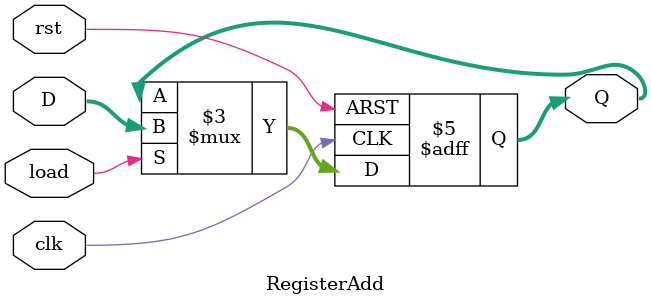
<source format=v>
`timescale 1ns / 1ps
module RegisterAdd
	# (parameter W = 32)
	(
		input wire clk, //system clock
		input wire rst, //system reset
		input wire load, //load signal
		input wire [W-1:0] D, //input signal
		output reg [W-1:0] Q //output signal
    );

	always @(posedge clk, posedge rst)
		if(rst)
			Q <= 0;
		else if(load)
			Q <= D;
		else
			Q <= Q;

endmodule

</source>
